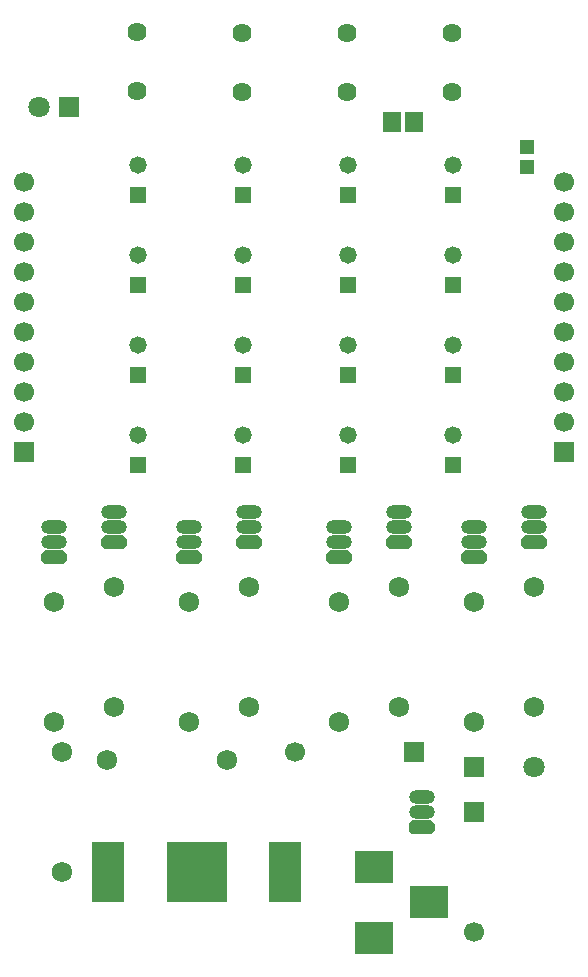
<source format=gbr>
G04 DipTrace 2.3.0.3*
%INTopMask.gbr*%
%MOIN*%
%ADD41C,0.0638*%
%ADD43R,0.0472X0.0512*%
%ADD47C,0.0679*%
%ADD49C,0.0679*%
%ADD51O,0.0866X0.0472*%
%ADD53R,0.126X0.1063*%
%ADD55R,0.0591X0.0669*%
%ADD57C,0.0669*%
%ADD59R,0.0669X0.0669*%
%ADD61R,0.0579X0.0579*%
%ADD63C,0.0579*%
%ADD65R,0.0709X0.0709*%
%ADD67C,0.0709*%
%ADD69R,0.1063X0.2047*%
%ADD71R,0.2047X0.2047*%
%FSLAX44Y44*%
G04*
G70*
G90*
G75*
G01*
%LNTopMask*%
%LPD*%
D71*
X10687Y6938D3*
D69*
X13640D3*
X7734D3*
D67*
X21937Y10437D3*
D65*
X19937D3*
X6437Y32437D3*
D67*
X5437D3*
D63*
X12247Y30502D3*
D61*
Y29502D3*
D63*
X8747Y27502D3*
D61*
Y26502D3*
D63*
X12247Y24502D3*
D61*
Y23502D3*
D63*
X8747Y21502D3*
D61*
Y20502D3*
D63*
Y30502D3*
D61*
Y29502D3*
D63*
X12247Y27502D3*
D61*
Y26502D3*
D63*
X8747Y24502D3*
D61*
Y23502D3*
D63*
X12247Y21502D3*
D61*
Y20502D3*
D63*
X19247Y30502D3*
D61*
Y29502D3*
D63*
X15747Y27502D3*
D61*
Y26502D3*
D63*
X19247Y24502D3*
D61*
Y23502D3*
D63*
X15747Y21502D3*
D61*
Y20502D3*
D63*
Y30502D3*
D61*
Y29502D3*
D63*
X19247Y27502D3*
D61*
Y26502D3*
D63*
X15747Y24502D3*
D61*
Y23502D3*
D63*
X19247Y21502D3*
D61*
Y20502D3*
D59*
X19937Y8937D3*
D57*
Y4961D3*
D55*
X17187Y31937D3*
X17935D3*
D59*
X17937Y10937D3*
D57*
X13961D3*
D59*
X22937Y20937D3*
D57*
Y21937D3*
Y22937D3*
Y23937D3*
Y24937D3*
Y25937D3*
Y26937D3*
Y27937D3*
Y28937D3*
Y29937D3*
D59*
X4937Y20937D3*
D57*
Y21937D3*
Y22937D3*
Y23937D3*
Y24937D3*
Y25937D3*
Y26937D3*
Y27937D3*
Y28937D3*
Y29937D3*
D53*
X18437Y5937D3*
X16587Y7118D3*
Y4756D3*
G36*
X6249Y17201D2*
X6370Y17322D1*
Y17552D1*
X6249Y17673D1*
X5625D1*
X5504Y17552D1*
Y17322D1*
X5625Y17201D1*
X6249D1*
G37*
D51*
X5937Y17937D3*
Y18437D3*
G36*
X8249Y17701D2*
X8370Y17822D1*
Y18052D1*
X8249Y18173D1*
X7625D1*
X7504Y18052D1*
Y17822D1*
X7625Y17701D1*
X8249D1*
G37*
D51*
X7937Y18437D3*
Y18937D3*
G36*
X10749Y17201D2*
X10870Y17322D1*
Y17552D1*
X10749Y17673D1*
X10125D1*
X10004Y17552D1*
Y17322D1*
X10125Y17201D1*
X10749D1*
G37*
D51*
X10437Y17937D3*
Y18437D3*
G36*
X12749Y17701D2*
X12870Y17822D1*
Y18052D1*
X12749Y18173D1*
X12125D1*
X12004Y18052D1*
Y17822D1*
X12125Y17701D1*
X12749D1*
G37*
D51*
X12437Y18437D3*
Y18937D3*
G36*
X15749Y17201D2*
X15870Y17322D1*
Y17552D1*
X15749Y17673D1*
X15125D1*
X15004Y17552D1*
Y17322D1*
X15125Y17201D1*
X15749D1*
G37*
D51*
X15437Y17937D3*
Y18437D3*
G36*
X17749Y17701D2*
X17870Y17822D1*
Y18052D1*
X17749Y18173D1*
X17125D1*
X17004Y18052D1*
Y17822D1*
X17125Y17701D1*
X17749D1*
G37*
D51*
X17437Y18437D3*
Y18937D3*
G36*
X20249Y17201D2*
X20370Y17322D1*
Y17552D1*
X20249Y17673D1*
X19625D1*
X19504Y17552D1*
Y17322D1*
X19625Y17201D1*
X20249D1*
G37*
D51*
X19937Y17937D3*
Y18437D3*
G36*
X22249Y17701D2*
X22370Y17822D1*
Y18052D1*
X22249Y18173D1*
X21625D1*
X21504Y18052D1*
Y17822D1*
X21625Y17701D1*
X22249D1*
G37*
D51*
X21937Y18437D3*
Y18937D3*
D49*
X5937Y11937D3*
D47*
Y15937D3*
D49*
X7937Y16437D3*
D47*
Y12437D3*
D49*
X10437Y11937D3*
D47*
Y15937D3*
D49*
X12437Y16437D3*
D47*
Y12437D3*
D49*
X15437Y11937D3*
D47*
Y15937D3*
D49*
X17437Y16437D3*
D47*
Y12437D3*
D49*
X19937Y11937D3*
D47*
Y15937D3*
D49*
X21937Y16437D3*
D47*
Y12437D3*
D43*
X21687Y30437D3*
Y31106D3*
D49*
X6187Y10937D3*
D47*
Y6937D3*
D49*
X7687Y10687D3*
D47*
X11687D3*
D41*
X15687Y32937D3*
Y34906D3*
X12187Y32937D3*
Y34906D3*
X8687Y34937D3*
Y32969D3*
X19187Y34904D3*
Y32935D3*
G36*
X18499Y8201D2*
X18620Y8322D1*
Y8552D1*
X18499Y8673D1*
X17875D1*
X17754Y8552D1*
Y8322D1*
X17875Y8201D1*
X18499D1*
G37*
D51*
X18187Y8937D3*
Y9437D3*
M02*

</source>
